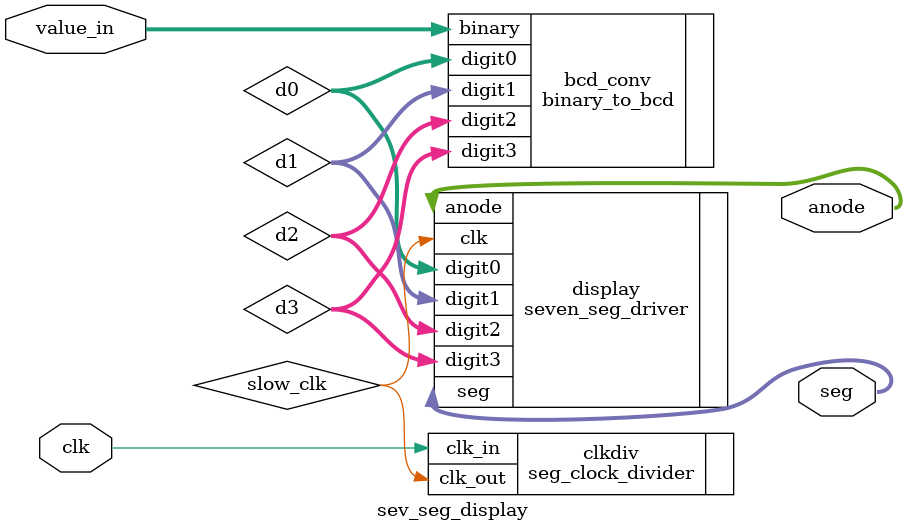
<source format=v>
`timescale 1ns / 1ps


module sev_seg_display(
    input clk,                    // 125 MHz system clock
    input [13:0] value_in,        // 14-bit input value to display
    output [6:0] seg,
    output [3:0] anode
);
    wire slow_clk;
    seg_clock_divider #(.DIVIDE_BY(25000)) clkdiv (
        .clk_in(clk),
        .clk_out(slow_clk)
    );

    // Convert binary to 4 BCD digits
    wire [3:0] d0, d1, d2, d3;
    binary_to_bcd #(14) bcd_conv (
        .binary(value_in),
        .digit0(d0), .digit1(d1), .digit2(d2), .digit3(d3)
    );

    seven_seg_driver display (
        .clk(slow_clk),
        .digit0(d0), .digit1(d1), .digit2(d2), .digit3(d3),
        .seg(seg),
        .anode(anode)
    );
endmodule

</source>
